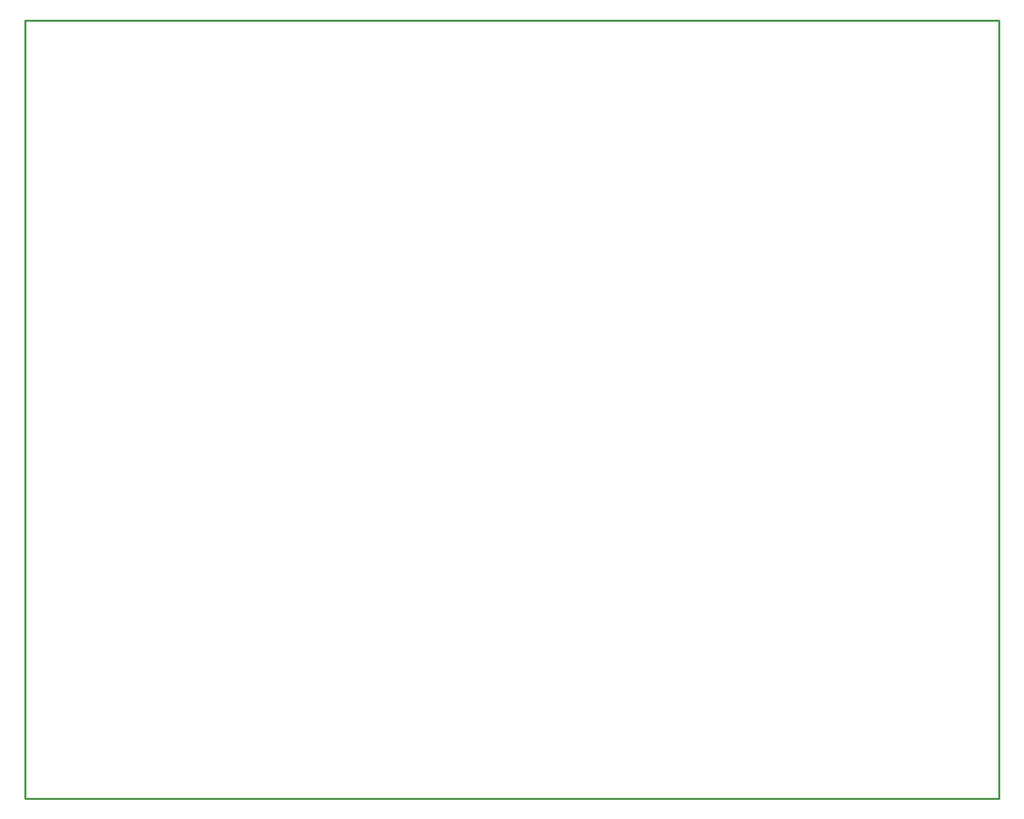
<source format=gko>
G04*
G04 #@! TF.GenerationSoftware,Altium Limited,Altium Designer,20.2.6 (244)*
G04*
G04 Layer_Color=16711935*
%FSLAX25Y25*%
%MOIN*%
G70*
G04*
G04 #@! TF.SameCoordinates,C2834271-33A1-44EC-96ED-C6C83E4A5B3B*
G04*
G04*
G04 #@! TF.FilePolarity,Positive*
G04*
G01*
G75*
%ADD11C,0.01000*%
D11*
X0Y0D02*
X492126D01*
Y393701D01*
X0D02*
X492126D01*
X0Y0D02*
Y393701D01*
M02*

</source>
